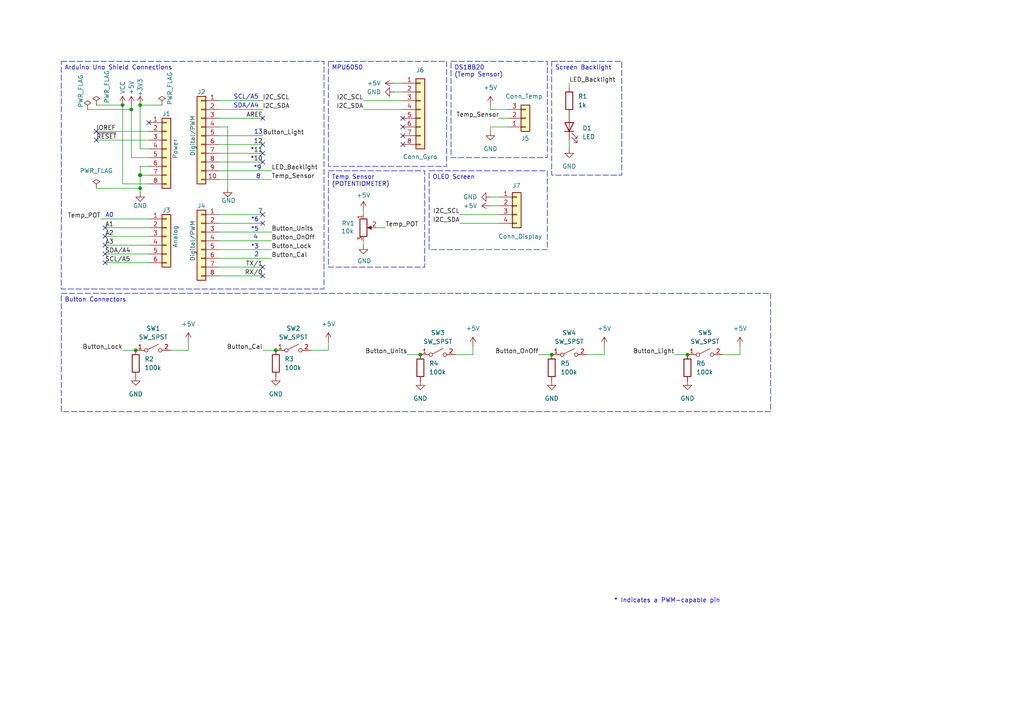
<source format=kicad_sch>
(kicad_sch (version 20231120) (generator "eeschema") (generator_version "8.0")
  (paper "A4")
  (title_block (title "Uno Shield ThermoProbe") (date "2025-01-27") (rev "1.0") (company "Rana Seif"))
  (lib_symbols
    (symbol "+3V3_1" (power) (pin_numbers hide) (pin_names (offset 0) hide)
      (property "Value" "+3V3" (at 0 3.556 0))
      (symbol "+3V3_1_0_1"
        (polyline (pts (xy -0.762 1.27) (xy 0 2.54)))
        (polyline (pts (xy 0 0) (xy 0 2.54)))
        (polyline (pts (xy 0 2.54) (xy 0.762 1.27)))
      )
      (symbol "+3V3_1_1_1"
        (pin power_in line (at 0 0 90) (length 0) (name "~") (number "1"))
      )
    )
    (symbol "+5V_1" (power) (pin_numbers hide) (pin_names (offset 0) hide)
      (property "Value" "+5V" (at 0 3.556 0))
      (symbol "+5V_1_0_1"
        (polyline (pts (xy -0.762 1.27) (xy 0 2.54)))
        (polyline (pts (xy 0 0) (xy 0 2.54)))
        (polyline (pts (xy 0 2.54) (xy 0.762 1.27)))
      )
      (symbol "+5V_1_1_1"
        (pin power_in line (at 0 0 90) (length 0) (name "~") (number "1"))
      )
    )
    (symbol "+5V_2" (power) (pin_numbers hide) (pin_names (offset 0) hide)
      (property "Value" "+5V" (at 0 3.556 0))
      (symbol "+5V_2_0_1"
        (polyline (pts (xy -0.762 1.27) (xy 0 2.54)))
        (polyline (pts (xy 0 0) (xy 0 2.54)))
        (polyline (pts (xy 0 2.54) (xy 0.762 1.27)))
      )
      (symbol "+5V_2_1_1"
        (pin power_in line (at 0 0 90) (length 0) (name "~") (number "1"))
      )
    )
    (symbol "+5V_3" (power) (pin_numbers hide) (pin_names (offset 0) hide)
      (property "Value" "+5V" (at 0 3.556 0))
      (symbol "+5V_3_0_1"
        (polyline (pts (xy -0.762 1.27) (xy 0 2.54)))
        (polyline (pts (xy 0 0) (xy 0 2.54)))
        (polyline (pts (xy 0 2.54) (xy 0.762 1.27)))
      )
      (symbol "+5V_3_1_1"
        (pin power_in line (at 0 0 90) (length 0) (name "~") (number "1"))
      )
    )
    (symbol "+5V_4" (power) (pin_numbers hide) (pin_names (offset 0) hide)
      (property "Value" "+5V" (at 0 3.556 0))
      (symbol "+5V_4_0_1"
        (polyline (pts (xy -0.762 1.27) (xy 0 2.54)))
        (polyline (pts (xy 0 0) (xy 0 2.54)))
        (polyline (pts (xy 0 2.54) (xy 0.762 1.27)))
      )
      (symbol "+5V_4_1_1"
        (pin power_in line (at 0 0 90) (length 0) (name "~") (number "1"))
      )
    )
    (symbol "+5V_5" (power) (pin_numbers hide) (pin_names (offset 0) hide)
      (property "Value" "+5V" (at 0 3.556 0))
      (symbol "+5V_5_0_1"
        (polyline (pts (xy -0.762 1.27) (xy 0 2.54)))
        (polyline (pts (xy 0 0) (xy 0 2.54)))
        (polyline (pts (xy 0 2.54) (xy 0.762 1.27)))
      )
      (symbol "+5V_5_1_1"
        (pin power_in line (at 0 0 90) (length 0) (name "~") (number "1"))
      )
    )
    (symbol "Connector_Generic:Conn_01x03" (pin_names (offset 1.016) hide)
      (property "Reference" "J" (at 0 5.08 0))
      (property "Value" "Conn_01x03" (at 0 -5.08 0))
      (symbol "Conn_01x03_1_1"
        (rectangle (start -1.27 -2.413) (end 0 -2.667) (stroke (width 0.1524)))
        (rectangle (start -1.27 0.127) (end 0 -0.127) (stroke (width 0.1524)))
        (rectangle (start -1.27 2.667) (end 0 2.413) (stroke (width 0.1524)))
        (rectangle (start -1.27 3.81) (end 1.27 -3.81) (stroke (width 0.254)) (fill (type background)))
        (pin passive line (at -5.08 2.54 0) (length 3.81) (name "Pin_1") (number "1"))
        (pin passive line (at -5.08 0 0) (length 3.81) (name "Pin_2") (number "2"))
        (pin passive line (at -5.08 -2.54 0) (length 3.81) (name "Pin_3") (number "3"))
      )
    )
    (symbol "Connector_Generic:Conn_01x04" (pin_names (offset 1.016) hide)
      (property "Reference" "J" (at 0 5.08 0))
      (property "Value" "Conn_01x04" (at 0 -7.62 0))
      (symbol "Conn_01x04_1_1"
        (rectangle (start -1.27 -4.953) (end 0 -5.207) (stroke (width 0.1524)))
        (rectangle (start -1.27 -2.413) (end 0 -2.667) (stroke (width 0.1524)))
        (rectangle (start -1.27 0.127) (end 0 -0.127) (stroke (width 0.1524)))
        (rectangle (start -1.27 2.667) (end 0 2.413) (stroke (width 0.1524)))
        (rectangle (start -1.27 3.81) (end 1.27 -6.35) (stroke (width 0.254)) (fill (type background)))
        (pin passive line (at -5.08 2.54 0) (length 3.81) (name "Pin_1") (number "1"))
        (pin passive line (at -5.08 0 0) (length 3.81) (name "Pin_2") (number "2"))
        (pin passive line (at -5.08 -2.54 0) (length 3.81) (name "Pin_3") (number "3"))
        (pin passive line (at -5.08 -5.08 0) (length 3.81) (name "Pin_4") (number "4"))
      )
    )
    (symbol "Connector_Generic:Conn_01x06" (pin_names (offset 1.016) hide)
      (property "Reference" "J" (at 0 7.62 0))
      (property "Value" "Conn_01x06" (at 0 -10.16 0))
      (symbol "Conn_01x06_1_1"
        (rectangle (start -1.27 -7.493) (end 0 -7.747) (stroke (width 0.1524)))
        (rectangle (start -1.27 -4.953) (end 0 -5.207) (stroke (width 0.1524)))
        (rectangle (start -1.27 -2.413) (end 0 -2.667) (stroke (width 0.1524)))
        (rectangle (start -1.27 0.127) (end 0 -0.127) (stroke (width 0.1524)))
        (rectangle (start -1.27 2.667) (end 0 2.413) (stroke (width 0.1524)))
        (rectangle (start -1.27 5.207) (end 0 4.953) (stroke (width 0.1524)))
        (rectangle (start -1.27 6.35) (end 1.27 -8.89) (stroke (width 0.254)) (fill (type background)))
        (pin passive line (at -5.08 5.08 0) (length 3.81) (name "Pin_1") (number "1"))
        (pin passive line (at -5.08 2.54 0) (length 3.81) (name "Pin_2") (number "2"))
        (pin passive line (at -5.08 0 0) (length 3.81) (name "Pin_3") (number "3"))
        (pin passive line (at -5.08 -2.54 0) (length 3.81) (name "Pin_4") (number "4"))
        (pin passive line (at -5.08 -5.08 0) (length 3.81) (name "Pin_5") (number "5"))
        (pin passive line (at -5.08 -7.62 0) (length 3.81) (name "Pin_6") (number "6"))
      )
    )
    (symbol "Connector_Generic:Conn_01x08" (pin_names (offset 1.016) hide)
      (property "Reference" "J" (at 0 10.16 0))
      (property "Value" "Conn_01x08" (at 0 -12.7 0))
      (symbol "Conn_01x08_1_1"
        (rectangle (start -1.27 -10.033) (end 0 -10.287) (stroke (width 0.1524)))
        (rectangle (start -1.27 -7.493) (end 0 -7.747) (stroke (width 0.1524)))
        (rectangle (start -1.27 -4.953) (end 0 -5.207) (stroke (width 0.1524)))
        (rectangle (start -1.27 -2.413) (end 0 -2.667) (stroke (width 0.1524)))
        (rectangle (start -1.27 0.127) (end 0 -0.127) (stroke (width 0.1524)))
        (rectangle (start -1.27 2.667) (end 0 2.413) (stroke (width 0.1524)))
        (rectangle (start -1.27 5.207) (end 0 4.953) (stroke (width 0.1524)))
        (rectangle (start -1.27 7.747) (end 0 7.493) (stroke (width 0.1524)))
        (rectangle (start -1.27 8.89) (end 1.27 -11.43) (stroke (width 0.254)) (fill (type background)))
        (pin passive line (at -5.08 7.62 0) (length 3.81) (name "Pin_1") (number "1"))
        (pin passive line (at -5.08 5.08 0) (length 3.81) (name "Pin_2") (number "2"))
        (pin passive line (at -5.08 2.54 0) (length 3.81) (name "Pin_3") (number "3"))
        (pin passive line (at -5.08 0 0) (length 3.81) (name "Pin_4") (number "4"))
        (pin passive line (at -5.08 -2.54 0) (length 3.81) (name "Pin_5") (number "5"))
        (pin passive line (at -5.08 -5.08 0) (length 3.81) (name "Pin_6") (number "6"))
        (pin passive line (at -5.08 -7.62 0) (length 3.81) (name "Pin_7") (number "7"))
        (pin passive line (at -5.08 -10.16 0) (length 3.81) (name "Pin_8") (number "8"))
      )
    )
    (symbol "Connector_Generic:Conn_01x10" (pin_names (offset 1.016) hide)
      (property "Reference" "J" (at 0 12.7 0))
      (property "Value" "Conn_01x10" (at 0 -15.24 0))
      (symbol "Conn_01x10_1_1"
        (rectangle (start -1.27 -12.573) (end 0 -12.827) (stroke (width 0.1524)))
        (rectangle (start -1.27 -10.033) (end 0 -10.287) (stroke (width 0.1524)))
        (rectangle (start -1.27 -7.493) (end 0 -7.747) (stroke (width 0.1524)))
        (rectangle (start -1.27 -4.953) (end 0 -5.207) (stroke (width 0.1524)))
        (rectangle (start -1.27 -2.413) (end 0 -2.667) (stroke (width 0.1524)))
        (rectangle (start -1.27 0.127) (end 0 -0.127) (stroke (width 0.1524)))
        (rectangle (start -1.27 2.667) (end 0 2.413) (stroke (width 0.1524)))
        (rectangle (start -1.27 5.207) (end 0 4.953) (stroke (width 0.1524)))
        (rectangle (start -1.27 7.747) (end 0 7.493) (stroke (width 0.1524)))
        (rectangle (start -1.27 10.287) (end 0 10.033) (stroke (width 0.1524)))
        (rectangle (start -1.27 11.43) (end 1.27 -13.97) (stroke (width 0.254)) (fill (type background)))
        (pin passive line (at -5.08 10.16 0) (length 3.81) (name "Pin_1") (number "1"))
        (pin passive line (at -5.08 -12.7 0) (length 3.81) (name "Pin_10") (number "10"))
        (pin passive line (at -5.08 7.62 0) (length 3.81) (name "Pin_2") (number "2"))
        (pin passive line (at -5.08 5.08 0) (length 3.81) (name "Pin_3") (number "3"))
        (pin passive line (at -5.08 2.54 0) (length 3.81) (name "Pin_4") (number "4"))
        (pin passive line (at -5.08 0 0) (length 3.81) (name "Pin_5") (number "5"))
        (pin passive line (at -5.08 -2.54 0) (length 3.81) (name "Pin_6") (number "6"))
        (pin passive line (at -5.08 -5.08 0) (length 3.81) (name "Pin_7") (number "7"))
        (pin passive line (at -5.08 -7.62 0) (length 3.81) (name "Pin_8") (number "8"))
        (pin passive line (at -5.08 -10.16 0) (length 3.81) (name "Pin_9") (number "9"))
      )
    )
    (symbol "Device:LED" (pin_numbers hide) (pin_names (offset 1.016) hide)
      (property "Reference" "D" (at 0 2.54 0))
      (property "Value" "LED" (at 0 -2.54 0))
      (symbol "LED_0_1"
        (polyline (pts (xy -1.27 -1.27) (xy -1.27 1.27)) (stroke (width 0.254)))
        (polyline (pts (xy -1.27 0) (xy 1.27 0)))
        (polyline (pts (xy 1.27 -1.27) (xy 1.27 1.27) (xy -1.27 0) (xy 1.27 -1.27)) (stroke (width 0.254)))
        (polyline (pts (xy -3.048 -0.762) (xy -4.572 -2.286) (xy -3.81 -2.286) (xy -4.572 -2.286) (xy -4.572 -1.524)))
        (polyline (pts (xy -1.778 -0.762) (xy -3.302 -2.286) (xy -2.54 -2.286) (xy -3.302 -2.286) (xy -3.302 -1.524)))
      )
      (symbol "LED_1_1"
        (pin passive line (at -3.81 0 0) (length 2.54) (name "K") (number "1"))
        (pin passive line (at 3.81 0 180) (length 2.54) (name "A") (number "2"))
      )
    )
    (symbol "Device:R" (pin_numbers hide) (pin_names (offset 0))
      (property "Reference" "R" (at 2.032 0 90))
      (property "Value" "R" (at 0 0 90))
      (symbol "R_0_1"
        (rectangle (start -1.016 -2.54) (end 1.016 2.54) (stroke (width 0.254)))
      )
      (symbol "R_1_1"
        (pin passive line (at 0 3.81 270) (length 1.27) (name "~") (number "1"))
        (pin passive line (at 0 -3.81 90) (length 1.27) (name "~") (number "2"))
      )
    )
    (symbol "Device:R_Potentiometer" (pin_names (offset 1.016) hide)
      (property "Reference" "RV" (at -4.445 0 90))
      (property "Value" "R_Potentiometer" (at -2.54 0 90))
      (symbol "R_Potentiometer_0_1"
        (polyline (pts (xy 2.54 0) (xy 1.524 0)))
        (polyline (pts (xy 1.143 0) (xy 2.286 0.508) (xy 2.286 -0.508) (xy 1.143 0)) (fill (type outline)))
        (rectangle (start 1.016 2.54) (end -1.016 -2.54) (stroke (width 0.254)))
      )
      (symbol "R_Potentiometer_1_1"
        (pin passive line (at 0 3.81 270) (length 1.27) (name "1") (number "1"))
        (pin passive line (at 3.81 0 180) (length 1.27) (name "2") (number "2"))
        (pin passive line (at 0 -3.81 90) (length 1.27) (name "3") (number "3"))
      )
    )
    (symbol "GND_1" (power) (pin_numbers hide) (pin_names (offset 0) hide)
      (property "Value" "GND" (at 0 -3.81 0))
      (symbol "GND_1_0_1"
        (polyline (pts (xy 0 0) (xy 0 -1.27) (xy 1.27 -1.27) (xy 0 -2.54) (xy -1.27 -1.27) (xy 0 -1.27)))
      )
      (symbol "GND_1_1_1"
        (pin power_in line (at 0 0 270) (length 0) (name "~") (number "1"))
      )
    )
    (symbol "GND_2" (power) (pin_numbers hide) (pin_names (offset 0) hide)
      (property "Value" "GND" (at 0 -3.81 0))
      (symbol "GND_2_0_1"
        (polyline (pts (xy 0 0) (xy 0 -1.27) (xy 1.27 -1.27) (xy 0 -2.54) (xy -1.27 -1.27) (xy 0 -1.27)))
      )
      (symbol "GND_2_1_1"
        (pin power_in line (at 0 0 270) (length 0) (name "~") (number "1"))
      )
    )
    (symbol "GND_3" (power) (pin_numbers hide) (pin_names (offset 0) hide)
      (property "Value" "GND" (at 0 -3.81 0))
      (symbol "GND_3_0_1"
        (polyline (pts (xy 0 0) (xy 0 -1.27) (xy 1.27 -1.27) (xy 0 -2.54) (xy -1.27 -1.27) (xy 0 -1.27)))
      )
      (symbol "GND_3_1_1"
        (pin power_in line (at 0 0 270) (length 0) (name "~") (number "1"))
      )
    )
    (symbol "GND_4" (power) (pin_numbers hide) (pin_names (offset 0) hide)
      (property "Value" "GND" (at 0 -3.81 0))
      (symbol "GND_4_0_1"
        (polyline (pts (xy 0 0) (xy 0 -1.27) (xy 1.27 -1.27) (xy 0 -2.54) (xy -1.27 -1.27) (xy 0 -1.27)))
      )
      (symbol "GND_4_1_1"
        (pin power_in line (at 0 0 270) (length 0) (name "~") (number "1"))
      )
    )
    (symbol "GND_5" (power) (pin_numbers hide) (pin_names (offset 0) hide)
      (property "Value" "GND" (at 0 -3.81 0))
      (symbol "GND_5_0_1"
        (polyline (pts (xy 0 0) (xy 0 -1.27) (xy 1.27 -1.27) (xy 0 -2.54) (xy -1.27 -1.27) (xy 0 -1.27)))
      )
      (symbol "GND_5_1_1"
        (pin power_in line (at 0 0 270) (length 0) (name "~") (number "1"))
      )
    )
    (symbol "GND_6" (power) (pin_numbers hide) (pin_names (offset 0) hide)
      (property "Value" "GND" (at 0 -3.81 0))
      (symbol "GND_6_0_1"
        (polyline (pts (xy 0 0) (xy 0 -1.27) (xy 1.27 -1.27) (xy 0 -2.54) (xy -1.27 -1.27) (xy 0 -1.27)))
      )
      (symbol "GND_6_1_1"
        (pin power_in line (at 0 0 270) (length 0) (name "~") (number "1"))
      )
    )
    (symbol "GND_7" (power) (pin_numbers hide) (pin_names (offset 0) hide)
      (property "Value" "GND" (at 0 -3.81 0))
      (symbol "GND_7_0_1"
        (polyline (pts (xy 0 0) (xy 0 -1.27) (xy 1.27 -1.27) (xy 0 -2.54) (xy -1.27 -1.27) (xy 0 -1.27)))
      )
      (symbol "GND_7_1_1"
        (pin power_in line (at 0 0 270) (length 0) (name "~") (number "1"))
      )
    )
    (symbol "GND_8" (power) (pin_numbers hide) (pin_names (offset 0) hide)
      (property "Value" "GND" (at 0 -3.81 0))
      (symbol "GND_8_0_1"
        (polyline (pts (xy 0 0) (xy 0 -1.27) (xy 1.27 -1.27) (xy 0 -2.54) (xy -1.27 -1.27) (xy 0 -1.27)))
      )
      (symbol "GND_8_1_1"
        (pin power_in line (at 0 0 270) (length 0) (name "~") (number "1"))
      )
    )
    (symbol "Switch:SW_SPST" (pin_names (offset 0) hide)
      (property "Reference" "SW" (at 0 3.175 0))
      (property "Value" "SW_SPST" (at 0 -2.54 0))
      (symbol "SW_SPST_0_0"
        (circle (center -2.032 0) (radius 0.508))
        (polyline (pts (xy -1.524 0.254) (xy 1.524 1.778)))
        (circle (center 2.032 0) (radius 0.508))
      )
      (symbol "SW_SPST_1_1"
        (pin passive line (at -5.08 0 0) (length 2.54) (name "A") (number "1"))
        (pin passive line (at 5.08 0 180) (length 2.54) (name "B") (number "2"))
      )
    )
    (symbol "power:+5V" (power) (pin_numbers hide) (pin_names (offset 0) hide)
      (property "Value" "+5V" (at 0 3.556 0))
      (symbol "+5V_0_1"
        (polyline (pts (xy -0.762 1.27) (xy 0 2.54)))
        (polyline (pts (xy 0 0) (xy 0 2.54)))
        (polyline (pts (xy 0 2.54) (xy 0.762 1.27)))
      )
      (symbol "+5V_1_1"
        (pin power_in line (at 0 0 90) (length 0) (name "~") (number "1"))
      )
    )
    (symbol "power:PWR_FLAG" (power) (pin_numbers hide) (pin_names (offset 0) hide)
      (property "Value" "PWR_FLAG" (at 0 3.81 0))
      (symbol "PWR_FLAG_0_0"
        (pin power_out line (at 0 0 90) (length 0) (name "~") (number "1"))
      )
      (symbol "PWR_FLAG_0_1"
        (polyline (pts (xy 0 0) (xy 0 1.27) (xy -1.016 1.905) (xy 0 2.54) (xy 1.016 1.905) (xy 0 1.27)))
      )
    )
    (symbol "power:VCC" (power) (pin_numbers hide) (pin_names (offset 0) hide)
      (property "Value" "VCC" (at 0 3.556 0))
      (symbol "VCC_0_1"
        (polyline (pts (xy -0.762 1.27) (xy 0 2.54)))
        (polyline (pts (xy 0 0) (xy 0 2.54)))
        (polyline (pts (xy 0 2.54) (xy 0.762 1.27)))
      )
      (symbol "VCC_1_1"
        (pin power_in line (at 0 0 90) (length 0) (name "~") (number "1"))
      )
    )
  )
  (junction (at 35.56 30.48))
  (junction (at 80.01 101.6))
  (junction (at 40.64 50.8) (diameter 1.016))
  (junction (at 38.1 31.75))
  (junction (at 40.64 30.48))
  (junction (at 39.37 101.6))
  (junction (at 199.39 102.87))
  (junction (at 40.64 54.61))
  (junction (at 121.92 102.87))
  (junction (at 160.02 102.87))
  (no_connect (at 30.48 68.58))
  (no_connect (at 76.2 46.99))
  (no_connect (at 76.2 34.29))
  (no_connect (at 116.84 41.91))
  (no_connect (at 30.48 71.12))
  (no_connect (at 76.2 44.45))
  (no_connect (at 76.2 77.47))
  (no_connect (at 27.94 38.1))
  (no_connect (at 116.84 39.37))
  (no_connect (at 30.48 66.04))
  (no_connect (at 116.84 34.29))
  (no_connect (at 76.2 80.01))
  (no_connect (at 76.2 64.77))
  (no_connect (at 30.48 73.66))
  (no_connect (at 76.2 62.23))
  (no_connect (at 76.2 41.91))
  (no_connect (at 27.94 40.64))
  (no_connect (at 43.18 35.56))
  (no_connect (at 116.84 36.83))
  (no_connect (at 30.48 76.2))
  (wire (pts (xy 63.5 80.01) (xy 76.2 80.01)))
  (wire (pts (xy 165.1 24.13) (xy 165.1 25.4)))
  (wire (pts (xy 137.16 100.33) (xy 137.16 102.87)))
  (wire (pts (xy 38.1 31.75) (xy 38.1 45.72)))
  (wire (pts (xy 133.35 62.23) (xy 144.78 62.23)))
  (wire (pts (xy 63.5 46.99) (xy 76.2 46.99)))
  (wire (pts (xy 142.24 36.83) (xy 142.24 38.1)))
  (wire (pts (xy 63.5 29.21) (xy 76.2 29.21)))
  (wire (pts (xy 40.64 48.26) (xy 40.64 50.8)))
  (wire (pts (xy 142.24 59.69) (xy 144.78 59.69)))
  (wire (pts (xy 30.48 76.2) (xy 43.18 76.2)))
  (wire (pts (xy 54.61 99.06) (xy 54.61 101.6)))
  (wire (pts (xy 40.64 50.8) (xy 40.64 54.61)))
  (wire (pts (xy 137.16 102.87) (xy 132.08 102.87)))
  (wire (pts (xy 40.64 43.18) (xy 43.18 43.18)))
  (wire (pts (xy 38.1 45.72) (xy 43.18 45.72)))
  (wire (pts (xy 38.1 30.48) (xy 38.1 31.75)))
  (wire (pts (xy 147.32 31.75) (xy 142.24 31.75)))
  (wire (pts (xy 105.41 29.21) (xy 116.84 29.21)))
  (wire (pts (xy 63.5 39.37) (xy 76.2 39.37)))
  (wire (pts (xy 40.64 30.48) (xy 40.64 43.18)))
  (wire (pts (xy 63.5 62.23) (xy 76.2 62.23)))
  (wire (pts (xy 175.26 100.33) (xy 175.26 102.87)))
  (wire (pts (xy 63.5 41.91) (xy 76.2 41.91)))
  (wire (pts (xy 144.78 34.29) (xy 147.32 34.29)))
  (wire (pts (xy 95.25 99.06) (xy 95.25 101.6)))
  (wire (pts (xy 105.41 60.96) (xy 105.41 62.23)))
  (wire (pts (xy 105.41 69.85) (xy 105.41 71.12)))
  (wire (pts (xy 63.5 49.53) (xy 78.74 49.53)))
  (wire (pts (xy 63.5 69.85) (xy 78.74 69.85)))
  (wire (pts (xy 133.35 64.77) (xy 144.78 64.77)))
  (wire (pts (xy 27.94 38.1) (xy 43.18 38.1)))
  (wire (pts (xy 63.5 64.77) (xy 76.2 64.77)))
  (wire (pts (xy 54.61 101.6) (xy 49.53 101.6)))
  (wire (pts (xy 27.94 54.61) (xy 40.64 54.61)))
  (wire (pts (xy 66.04 36.83) (xy 66.04 54.61)))
  (wire (pts (xy 165.1 43.18) (xy 165.1 40.64)))
  (wire (pts (xy 195.58 102.87) (xy 199.39 102.87)))
  (wire (pts (xy 63.5 34.29) (xy 76.2 34.29)))
  (wire (pts (xy 43.18 68.58) (xy 30.48 68.58)))
  (wire (pts (xy 27.94 40.64) (xy 43.18 40.64)))
  (wire (pts (xy 109.22 66.04) (xy 111.76 66.04)))
  (wire (pts (xy 114.3 24.13) (xy 116.84 24.13)))
  (wire (pts (xy 43.18 50.8) (xy 40.64 50.8)))
  (wire (pts (xy 95.25 101.6) (xy 90.17 101.6)))
  (wire (pts (xy 214.63 102.87) (xy 209.55 102.87)))
  (wire (pts (xy 156.21 102.87) (xy 160.02 102.87)))
  (wire (pts (xy 43.18 53.34) (xy 35.56 53.34)))
  (wire (pts (xy 35.56 101.6) (xy 39.37 101.6)))
  (wire (pts (xy 30.48 66.04) (xy 43.18 66.04)))
  (wire (pts (xy 63.5 36.83) (xy 66.04 36.83)))
  (wire (pts (xy 142.24 30.48) (xy 142.24 31.75)))
  (wire (pts (xy 43.18 48.26) (xy 40.64 48.26)))
  (wire (pts (xy 27.94 30.48) (xy 35.56 30.48)))
  (wire (pts (xy 114.3 26.67) (xy 116.84 26.67)))
  (wire (pts (xy 175.26 102.87) (xy 170.18 102.87)))
  (wire (pts (xy 105.41 31.75) (xy 116.84 31.75)))
  (wire (pts (xy 63.5 44.45) (xy 76.2 44.45)))
  (wire (pts (xy 76.2 101.6) (xy 80.01 101.6)))
  (wire (pts (xy 147.32 36.83) (xy 142.24 36.83)))
  (wire (pts (xy 63.5 67.31) (xy 78.74 67.31)))
  (wire (pts (xy 29.21 63.5) (xy 43.18 63.5)))
  (wire (pts (xy 30.48 71.12) (xy 43.18 71.12)))
  (wire (pts (xy 118.11 102.87) (xy 121.92 102.87)))
  (wire (pts (xy 63.5 31.75) (xy 76.2 31.75)))
  (wire (pts (xy 63.5 74.93) (xy 78.74 74.93)))
  (wire (pts (xy 40.64 30.48) (xy 46.99 30.48)))
  (wire (pts (xy 63.5 72.39) (xy 78.74 72.39)))
  (wire (pts (xy 214.63 100.33) (xy 214.63 102.87)))
  (wire (pts (xy 40.64 54.61) (xy 40.64 55.88)))
  (wire (pts (xy 63.5 77.47) (xy 76.2 77.47)))
  (wire (pts (xy 35.56 53.34) (xy 35.56 30.48)))
  (wire (pts (xy 142.24 57.15) (xy 144.78 57.15)))
  (wire (pts (xy 43.18 73.66) (xy 30.48 73.66)))
  (wire (pts (xy 25.4 31.75) (xy 38.1 31.75)))
  (wire (pts (xy 63.5 52.07) (xy 78.74 52.07)))
  (text_box "Temp Sensor \n(POTENTIOMETER)" (at 95.25 49.53 0) (size 27.94 27.94) (stroke (width 0) (type dash)) (effects (font (size 1.27 1.27)) (justify left top)))
  (text_box "Screen Backlight" (at 160.02 17.78 0) (size 20.32 33.02) (stroke (width 0) (type dash)) (effects (font (size 1.27 1.27)) (justify left top)))
  (text_box "DS18B20\n(Temp Sensor)" (at 130.81 17.78 0) (size 27.94 27.94) (stroke (width 0) (type dash)) (effects (font (size 1.27 1.27)) (justify left top)))
  (text_box "Button Connectors" (at 17.78 85.09 0) (size 205.74 34.29) (stroke (width 0) (type dash)) (effects (font (size 1.27 1.27)) (justify left top)))
  (text_box "Arduino Uno Shield Connections" (at 17.78 17.78 0) (size 76.2 66.04) (stroke (width 0) (type dash)) (effects (font (size 1.27 1.27)) (justify left top)))
  (text_box "OLED Screen" (at 124.46 49.53 0) (size 34.29 22.86) (stroke (width 0) (type dash)) (effects (font (size 1.27 1.27)) (justify left top)))
  (text_box "MPU6050\n" (at 95.25 17.78 0) (size 34.29 30.48) (stroke (width 0) (type dash)) (effects (font (size 1.27 1.27)) (justify left top)))
  (text "4" (at 74.168 68.834 0) (effects (font (size 1.27 1.27))))
  (text "A0" (at 31.75 62.484 0) (effects (font (size 1.27 1.27))))
  (text "*6" (at 73.914 63.754 0) (effects (font (size 1.27 1.27))))
  (text "SCL/A5" (at 71.374 28.194 0) (effects (font (size 1.27 1.27))))
  (text "2" (at 74.422 73.914 0) (effects (font (size 1.27 1.27))))
  (text "8" (at 74.93 51.308 0) (effects (font (size 1.27 1.27))))
  (text "*3" (at 73.914 71.628 0) (effects (font (size 1.27 1.27))))
  (text "*5" (at 73.914 66.548 0) (effects (font (size 1.27 1.27))))
  (text "SDA/A4" (at 71.374 30.734 0) (effects (font (size 1.27 1.27))))
  (text "* Indicates a PWM-capable pin" (at 178.054 175.006 0) (effects (font (size 1.27 1.27)) (justify left bottom)))
  (text "*9" (at 74.676 48.768 0) (effects (font (size 1.27 1.27))))
  (text "13" (at 74.93 38.354 0) (effects (font (size 1.27 1.27))))
  (label "RX{slash}0" (at 76.2 80.01 180))
  (label "A2" (at 30.48 68.58 0))
  (label "Button_OnOff" (at 156.21 102.87 180))
  (label "A3" (at 30.48 71.12 0))
  (label "Button_Lock" (at 35.56 101.6 180))
  (label "12" (at 76.2 41.91 180))
  (label "I2C_SDA" (at 105.41 31.75 180))
  (label "Button_Cal" (at 76.2 101.6 180))
  (label "~{RESET}" (at 27.94 40.64 0))
  (label "*10" (at 76.2 46.99 180))
  (label "Temp_Sensor" (at 78.74 52.07 0))
  (label "LED_Backlight" (at 165.1 24.13 0))
  (label "Temp_POT" (at 29.21 63.5 180))
  (label "Temp_Sensor" (at 144.78 34.29 180))
  (label "Button_Cal" (at 78.74 74.93 0))
  (label "7" (at 76.2 62.23 180))
  (label "Button_Light" (at 76.2 39.37 0))
  (label "Temp_POT" (at 111.76 66.04 0))
  (label "Button_Units" (at 78.74 67.31 0))
  (label "*11" (at 76.2 44.45 180))
  (label "Button_OnOff" (at 78.74 69.85 0))
  (label "A1" (at 30.48 66.04 0))
  (label "TX{slash}1" (at 76.2 77.47 180))
  (label "I2C_SDA" (at 133.35 64.77 180))
  (label "AREF" (at 76.2 34.29 180))
  (label "I2C_SCL" (at 105.41 29.21 180))
  (label "LED_Backlight" (at 78.74 49.53 0))
  (label "I2C_SDA" (at 76.2 31.75 0))
  (label "I2C_SCL" (at 133.35 62.23 180))
  (label "Button_Light" (at 195.58 102.87 180))
  (label "I2C_SCL" (at 76.2 29.21 0))
  (label "IOREF" (at 27.94 38.1 0))
  (label "SDA{slash}A4" (at 30.48 73.66 0))
  (label "SCL{slash}A5" (at 30.48 76.2 0))
  (label "Button_Lock" (at 78.74 72.39 0))
  (label "Button_Units" (at 118.11 102.87 180))
  (symbol (lib_id "Connector_Generic:Conn_01x08") (at 48.26 43.18 0) (unit 1)
    (property "Reference" "J1" (at 48.26 33.02 0))
    (property "Value" "Power" (at 50.8 43.18 90))
    (property "Footprint" "Connector_PinSocket_2.54mm:PinSocket_1x08_P2.54mm_Vertical" (effects (hide yes)))
  )
  (symbol (lib_id "Connector_Generic:Conn_01x10") (at 58.42 39.37 0) (mirror y) (unit 1)
    (property "Reference" "J2" (at 58.42 26.67 0))
    (property "Value" "Digital/PWM" (at 55.88 39.37 90))
    (property "Footprint" "Connector_PinSocket_2.54mm:PinSocket_1x10_P2.54mm_Vertical" (effects (hide yes)))
  )
  (symbol (lib_id "Connector_Generic:Conn_01x06") (at 48.26 68.58 0) (unit 1)
    (property "Reference" "J3" (at 48.26 60.96 0))
    (property "Value" "Analog" (at 50.8 68.58 90))
    (property "Footprint" "Connector_PinSocket_2.54mm:PinSocket_1x06_P2.54mm_Vertical" (effects (hide yes)))
  )
  (symbol (lib_id "Connector_Generic:Conn_01x08") (at 58.42 69.85 0) (mirror y) (unit 1)
    (property "Reference" "J4" (at 58.42 59.69 0))
    (property "Value" "Digital/PWM" (at 55.88 69.85 90))
    (property "Footprint" "Connector_PinSocket_2.54mm:PinSocket_1x08_P2.54mm_Vertical" (effects (hide yes)))
  )
  (symbol (lib_id "Device:R") (at 39.37 105.41 0) (unit 1)
    (property "Reference" "R2" (at 41.91 104.1399 0) (effects (justify left)))
    (property "Value" "100k" (at 41.91 106.6799 0) (effects (justify left)))
    (property "Footprint" "Resistor_THT:R_Axial_DIN0207_L6.3mm_D2.5mm_P10.16mm_Horizontal" (effects (hide yes)))
    (property "Description" "Resistor" (effects (hide yes)))
  )
  (symbol (lib_name "+5V_3") (lib_id "power:+5V") (at 105.41 60.96 0) (unit 1)
    (property "Reference" "#PWR012" (effects (hide yes)))
    (property "Value" "+5V" (at 105.41 56.642 0))
    (property "Description" "Power symbol creates a global label with name \"+5V\"" (effects (hide yes)))
  )
  (symbol (lib_name "GND_6") (lib_id "power:GND") (at 80.01 109.22 0) (unit 1)
    (property "Reference" "#PWR017" (effects (hide yes)))
    (property "Value" "GND" (at 80.01 114.3 0))
    (property "Description" "Power symbol creates a global label with name \"GND\" , ground" (effects (hide yes)))
  )
  (symbol (lib_name "+5V_1") (lib_id "power:+5V") (at 142.24 30.48 0) (unit 1)
    (property "Reference" "#PWR08" (effects (hide yes)))
    (property "Value" "+5V" (at 142.24 25.4 0))
    (property "Description" "Power symbol creates a global label with name \"+5V\"" (effects (hide yes)))
  )
  (symbol (lib_name "GND_6") (lib_id "power:GND") (at 199.39 110.49 0) (unit 1)
    (property "Reference" "#PWR023" (effects (hide yes)))
    (property "Value" "GND" (at 199.39 115.57 0))
    (property "Description" "Power symbol creates a global label with name \"GND\" , ground" (effects (hide yes)))
  )
  (symbol (lib_name "GND_6") (lib_id "power:GND") (at 121.92 110.49 0) (unit 1)
    (property "Reference" "#PWR019" (effects (hide yes)))
    (property "Value" "GND" (at 121.92 115.57 0))
    (property "Description" "Power symbol creates a global label with name \"GND\" , ground" (effects (hide yes)))
  )
  (symbol (lib_name "+5V_5") (lib_id "power:+5V") (at 38.1 30.48 0) (unit 1)
    (property "Reference" "#PWR02" (effects (hide yes)))
    (property "Value" "+5V" (at 38.1 25.4 90))
    (property "Description" "Power symbol creates a global label with name \"+5V\"" (effects (hide yes)))
  )
  (symbol (lib_name "+3V3_1") (lib_id "power:+3V3") (at 40.64 30.48 0) (unit 1)
    (property "Reference" "#PWR04" (effects (hide yes)))
    (property "Value" "+3V3" (at 40.64 25.4 90))
    (property "Description" "Power symbol creates a global label with name \"+3V3\"" (effects (hide yes)))
  )
  (symbol (lib_name "+5V_4") (lib_id "power:+5V") (at 137.16 100.33 0) (unit 1)
    (property "Reference" "#PWR020" (effects (hide yes)))
    (property "Value" "+5V" (at 137.16 95.25 0))
    (property "Description" "Power symbol creates a global label with name \"+5V\"" (effects (hide yes)))
  )
  (symbol (lib_id "Connector_Generic:Conn_01x03") (at 152.4 34.29 0) (mirror x) (unit 1)
    (property "Reference" "J5" (at 151.13 40.132 0) (effects (justify left)))
    (property "Value" "Conn_Temp" (at 146.558 27.94 0) (effects (justify left)))
    (property "Footprint" "Connector_JST:JST_XH_B3B-XH-A_1x03_P2.50mm_Vertical" (effects (hide yes)))
    (property "Description" "Generic connector, single row, 01x03, script generated (kicad-library-utils/schlib/autogen/connector/)" (effects (hide yes)))
  )
  (symbol (lib_name "+5V_2") (lib_id "power:+5V") (at 142.24 59.69 90) (unit 1)
    (property "Reference" "#PWR011" (effects (hide yes)))
    (property "Value" "+5V" (at 138.43 59.6899 90) (effects (justify left)))
    (property "Description" "Power symbol creates a global label with name \"+5V\"" (effects (hide yes)))
  )
  (symbol (lib_id "power:PWR_FLAG") (at 25.4 31.75 0) (unit 1)
    (property "Reference" "#FLG04" (effects (hide yes)))
    (property "Value" "PWR_FLAG" (at 23.368 26.416 90))
    (property "Description" "Special symbol for telling ERC where power comes from" (effects (hide yes)))
  )
  (symbol (lib_name "GND_4") (lib_id "power:GND") (at 105.41 71.12 0) (unit 1)
    (property "Reference" "#PWR013" (effects (hide yes)))
    (property "Value" "GND" (at 105.664 75.692 0))
    (property "Description" "Power symbol creates a global label with name \"GND\" , ground" (effects (hide yes)))
  )
  (symbol (lib_id "Connector_Generic:Conn_01x04") (at 149.86 59.69 0) (unit 1)
    (property "Reference" "J7" (at 148.59 53.848 0) (effects (justify left)))
    (property "Value" "Conn_Display" (at 144.526 68.58 0) (effects (justify left)))
    (property "Footprint" "Connector_PinSocket_2.54mm:PinSocket_1x04_P2.54mm_Vertical" (effects (hide yes)))
    (property "Description" "Generic connector, single row, 01x04, script generated (kicad-library-utils/schlib/autogen/connector/)" (effects (hide yes)))
  )
  (symbol (lib_id "power:+5V") (at 114.3 24.13 90) (unit 1)
    (property "Reference" "#PWR03" (effects (hide yes)))
    (property "Value" "+5V" (at 110.49 24.1299 90) (effects (justify left)))
    (property "Description" "Power symbol creates a global label with name \"+5V\"" (effects (hide yes)))
  )
  (symbol (lib_name "GND_5") (lib_id "power:GND") (at 165.1 43.18 0) (unit 1)
    (property "Reference" "#PWR014" (effects (hide yes)))
    (property "Value" "GND" (at 165.1 48.26 0))
    (property "Description" "Power symbol creates a global label with name \"GND\" , ground" (effects (hide yes)))
  )
  (symbol (lib_name "GND_8") (lib_id "power:GND") (at 40.64 55.88 0) (unit 1)
    (property "Reference" "#PWR025" (effects (hide yes)))
    (property "Value" "GND" (at 40.64 59.69 0))
    (property "Description" "Power symbol creates a global label with name \"GND\" , ground" (effects (hide yes)))
  )
  (symbol (lib_id "power:PWR_FLAG") (at 46.99 30.48 0) (unit 1)
    (property "Reference" "#FLG03" (effects (hide yes)))
    (property "Value" "PWR_FLAG" (at 49.276 25.654 90))
    (property "Description" "Special symbol for telling ERC where power comes from" (effects (hide yes)))
  )
  (symbol (lib_id "Device:LED") (at 165.1 36.83 90) (unit 1)
    (property "Reference" "D1" (at 168.91 37.1474 90) (effects (justify right)))
    (property "Value" "LED" (at 168.91 39.6874 90) (effects (justify right)))
    (property "Footprint" "LED_THT:LED_D5.0mm" (effects (hide yes)))
    (property "Description" "Light emitting diode" (effects (hide yes)))
  )
  (symbol (lib_id "Device:R_Potentiometer") (at 105.41 66.04 0) (unit 1)
    (property "Reference" "RV1" (at 102.87 64.7699 0) (effects (justify right)))
    (property "Value" "10k" (at 102.616 67.056 0) (effects (justify right)))
    (property "Footprint" "Potentiometer_THT:Potentiometer_Bourns_3386P_Vertical" (effects (hide yes)))
    (property "Description" "Potentiometer" (effects (hide yes)))
  )
  (symbol (lib_id "Device:R") (at 199.39 106.68 0) (unit 1)
    (property "Reference" "R6" (at 201.93 105.4099 0) (effects (justify left)))
    (property "Value" "100k" (at 201.93 107.9499 0) (effects (justify left)))
    (property "Footprint" "Resistor_THT:R_Axial_DIN0207_L6.3mm_D2.5mm_P10.16mm_Horizontal" (effects (hide yes)))
    (property "Description" "Resistor" (effects (hide yes)))
  )
  (symbol (lib_id "Device:R") (at 165.1 29.21 0) (unit 1)
    (property "Reference" "R1" (at 167.64 27.9399 0) (effects (justify left)))
    (property "Value" "1k" (at 167.64 30.4799 0) (effects (justify left)))
    (property "Footprint" "Resistor_THT:R_Axial_DIN0207_L6.3mm_D2.5mm_P10.16mm_Horizontal" (effects (hide yes)))
    (property "Description" "Resistor" (effects (hide yes)))
  )
  (symbol (lib_id "Device:R") (at 160.02 106.68 0) (unit 1)
    (property "Reference" "R5" (at 162.56 105.4099 0) (effects (justify left)))
    (property "Value" "100k" (at 162.56 107.9499 0) (effects (justify left)))
    (property "Footprint" "Resistor_THT:R_Axial_DIN0207_L6.3mm_D2.5mm_P10.16mm_Horizontal" (effects (hide yes)))
    (property "Description" "Resistor" (effects (hide yes)))
  )
  (symbol (lib_id "Switch:SW_SPST") (at 127 102.87 0) (unit 1)
    (property "Reference" "SW3" (at 127 96.52 0))
    (property "Value" "SW_SPST" (at 127 99.06 0))
    (property "Footprint" "Button_Switch_THT:SW_PUSH_6mm" (effects (hide yes)))
    (property "Description" "Single Pole Single Throw (SPST) switch" (effects (hide yes)))
  )
  (symbol (lib_name "+5V_4") (lib_id "power:+5V") (at 214.63 100.33 0) (unit 1)
    (property "Reference" "#PWR024" (effects (hide yes)))
    (property "Value" "+5V" (at 214.63 95.25 0))
    (property "Description" "Power symbol creates a global label with name \"+5V\"" (effects (hide yes)))
  )
  (symbol (lib_name "+5V_4") (lib_id "power:+5V") (at 95.25 99.06 0) (unit 1)
    (property "Reference" "#PWR018" (effects (hide yes)))
    (property "Value" "+5V" (at 95.25 93.98 0))
    (property "Description" "Power symbol creates a global label with name \"+5V\"" (effects (hide yes)))
  )
  (symbol (lib_id "Connector_Generic:Conn_01x08") (at 121.92 31.75 0) (unit 1)
    (property "Reference" "J6" (at 120.65 20.32 0) (effects (justify left)))
    (property "Value" "Conn_Gyro" (at 116.84 45.466 0) (effects (justify left)))
    (property "Footprint" "Connector_PinSocket_2.54mm:PinSocket_1x08_P2.54mm_Vertical" (effects (hide yes)))
    (property "Description" "Generic connector, single row, 01x08, script generated (kicad-library-utils/schlib/autogen/connector/)" (effects (hide yes)))
  )
  (symbol (lib_id "Device:R") (at 80.01 105.41 0) (unit 1)
    (property "Reference" "R3" (at 82.55 104.1399 0) (effects (justify left)))
    (property "Value" "100k" (at 82.55 106.6799 0) (effects (justify left)))
    (property "Footprint" "Resistor_THT:R_Axial_DIN0207_L6.3mm_D2.5mm_P10.16mm_Horizontal" (effects (hide yes)))
    (property "Description" "Resistor" (effects (hide yes)))
  )
  (symbol (lib_name "+5V_4") (lib_id "power:+5V") (at 54.61 99.06 0) (unit 1)
    (property "Reference" "#PWR016" (effects (hide yes)))
    (property "Value" "+5V" (at 54.61 93.98 0))
    (property "Description" "Power symbol creates a global label with name \"+5V\"" (effects (hide yes)))
  )
  (symbol (lib_id "power:VCC") (at 35.56 30.48 0) (unit 1)
    (property "Reference" "#PWR01" (effects (hide yes)))
    (property "Value" "VCC" (at 35.56 25.4 90))
    (property "Description" "Power symbol creates a global label with name \"VCC\"" (effects (hide yes)))
  )
  (symbol (lib_id "Switch:SW_SPST") (at 204.47 102.87 0) (unit 1)
    (property "Reference" "SW5" (at 204.47 96.52 0))
    (property "Value" "SW_SPST" (at 204.47 99.06 0))
    (property "Footprint" "Button_Switch_THT:SW_PUSH_6mm" (effects (hide yes)))
    (property "Description" "Single Pole Single Throw (SPST) switch" (effects (hide yes)))
  )
  (symbol (lib_name "GND_2") (lib_id "power:GND") (at 142.24 38.1 0) (unit 1)
    (property "Reference" "#PWR09" (effects (hide yes)))
    (property "Value" "GND" (at 142.24 43.18 0))
    (property "Description" "Power symbol creates a global label with name \"GND\" , ground" (effects (hide yes)))
  )
  (symbol (lib_name "GND_6") (lib_id "power:GND") (at 160.02 110.49 0) (unit 1)
    (property "Reference" "#PWR021" (effects (hide yes)))
    (property "Value" "GND" (at 160.02 115.57 0))
    (property "Description" "Power symbol creates a global label with name \"GND\" , ground" (effects (hide yes)))
  )
  (symbol (lib_id "Device:R") (at 121.92 106.68 0) (unit 1)
    (property "Reference" "R4" (at 124.46 105.4099 0) (effects (justify left)))
    (property "Value" "100k" (at 124.46 107.9499 0) (effects (justify left)))
    (property "Footprint" "Resistor_THT:R_Axial_DIN0207_L6.3mm_D2.5mm_P10.16mm_Horizontal" (effects (hide yes)))
    (property "Description" "Resistor" (effects (hide yes)))
  )
  (symbol (lib_name "GND_1") (lib_id "power:GND") (at 114.3 26.67 270) (unit 1)
    (property "Reference" "#PWR06" (effects (hide yes)))
    (property "Value" "GND" (at 110.49 26.6699 90) (effects (justify right)))
    (property "Description" "Power symbol creates a global label with name \"GND\" , ground" (effects (hide yes)))
  )
  (symbol (lib_id "Switch:SW_SPST") (at 85.09 101.6 0) (unit 1)
    (property "Reference" "SW2" (at 85.09 95.25 0))
    (property "Value" "SW_SPST" (at 85.09 97.79 0))
    (property "Footprint" "Button_Switch_THT:SW_PUSH_6mm" (effects (hide yes)))
    (property "Description" "Single Pole Single Throw (SPST) switch" (effects (hide yes)))
  )
  (symbol (lib_id "Switch:SW_SPST") (at 44.45 101.6 0) (unit 1)
    (property "Reference" "SW1" (at 44.45 95.25 0))
    (property "Value" "SW_SPST" (at 44.45 97.79 0))
    (property "Footprint" "Button_Switch_THT:SW_PUSH_6mm" (effects (hide yes)))
    (property "Description" "Single Pole Single Throw (SPST) switch" (effects (hide yes)))
  )
  (symbol (lib_name "GND_6") (lib_id "power:GND") (at 39.37 109.22 0) (unit 1)
    (property "Reference" "#PWR015" (effects (hide yes)))
    (property "Value" "GND" (at 39.37 114.3 0))
    (property "Description" "Power symbol creates a global label with name \"GND\" , ground" (effects (hide yes)))
  )
  (symbol (lib_name "GND_3") (lib_id "power:GND") (at 142.24 57.15 270) (unit 1)
    (property "Reference" "#PWR010" (effects (hide yes)))
    (property "Value" "GND" (at 138.43 57.1499 90) (effects (justify right)))
    (property "Description" "Power symbol creates a global label with name \"GND\" , ground" (effects (hide yes)))
  )
  (symbol (lib_id "Switch:SW_SPST") (at 165.1 102.87 0) (unit 1)
    (property "Reference" "SW4" (at 165.1 96.52 0))
    (property "Value" "SW_SPST" (at 165.1 99.06 0))
    (property "Footprint" "Button_Switch_THT:SW_PUSH_6mm" (effects (hide yes)))
    (property "Description" "Single Pole Single Throw (SPST) switch" (effects (hide yes)))
  )
  (symbol (lib_name "+5V_4") (lib_id "power:+5V") (at 175.26 100.33 0) (unit 1)
    (property "Reference" "#PWR022" (effects (hide yes)))
    (property "Value" "+5V" (at 175.26 95.25 0))
    (property "Description" "Power symbol creates a global label with name \"+5V\"" (effects (hide yes)))
  )
  (symbol (lib_name "GND_7") (lib_id "power:GND") (at 66.04 54.61 0) (unit 1)
    (property "Reference" "#PWR05" (effects (hide yes)))
    (property "Value" "GND" (at 66.294 58.166 0))
    (property "Description" "Power symbol creates a global label with name \"GND\" , ground" (effects (hide yes)))
  )
  (symbol (lib_id "power:PWR_FLAG") (at 27.94 30.48 0) (unit 1)
    (property "Reference" "#FLG01" (effects (hide yes)))
    (property "Value" "PWR_FLAG" (at 30.988 25.146 90))
    (property "Description" "Special symbol for telling ERC where power comes from" (effects (hide yes)))
  )
  (symbol (lib_id "power:PWR_FLAG") (at 27.94 54.61 0) (unit 1)
    (property "Reference" "#FLG02" (effects (hide yes)))
    (property "Value" "PWR_FLAG" (at 27.94 49.53 0))
    (property "Description" "Special symbol for telling ERC where power comes from" (effects (hide yes)))
  )
)
</source>
